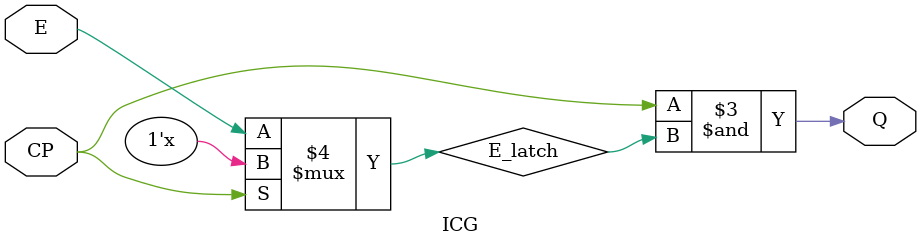
<source format=v>

module ICG (
    CP,
    E,
    Q 
);

/* This is only a model for integrated clock gating (ICG) cell.
   Please replace this with the ICG cell provided by the
   standard cell library that you use. */

input CP; // clock
input E;  // enable
output Q; // gated clock

reg E_latch;

always @(CP or E)
    if (~CP)
        E_latch <= E;

assign Q = CP & E_latch;

endmodule


</source>
